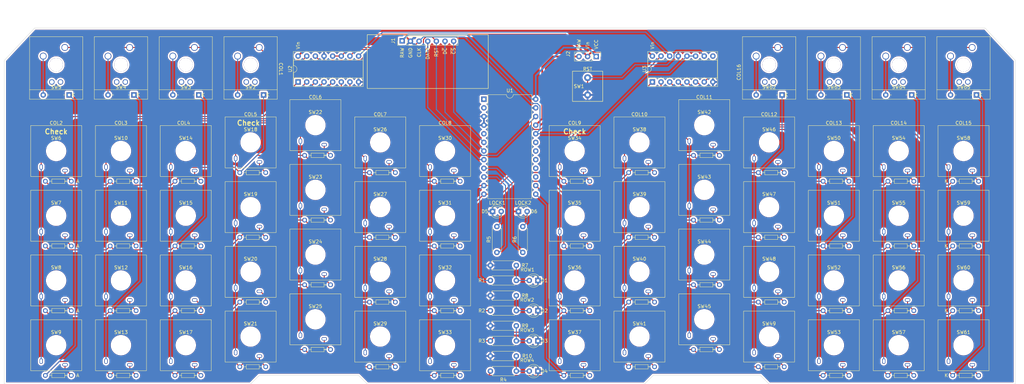
<source format=kicad_pcb>
(kicad_pcb (version 20211014) (generator pcbnew)
  (layers (0 "F.Cu" mixed) (31 "B.Cu" mixed) (34 "B.Paste" user) (36 "B.SilkS" user "B.Silkscreen") (37 "F.SilkS" user "F.Silkscreen") (38 "B.Mask" user) (39 "F.Mask" user) (44 "Edge.Cuts" user))
  (net 0 "")
  (net 1 "COL2")
  (net 2 "COL3")
  (net 3 "COL4")
  (net 4 "COL5")
  (net 5 "COL6")
  (net 6 "COL7")
  (net 7 "COL8")
  (net 8 "GND")
  (net 9 "CLK")
  (net 10 "RST")
  (net 11 "SPI_DATA")
  (net 12 "ROW1")
  (net 13 "ROW2")
  (net 14 "ROW3")
  (net 15 "COL1")
  (net 16 "ROW4")
  (net 17 "Net-(D2-Pad2)")
  (net 18 "Net-(D3-Pad2)")
  (net 19 "Net-(D4-Pad2)")
  (net 20 "/right_hand/SPI_OUT")
  (net 21 "/left_hand/SPI_OUT")
  (net 22 "Net-(D1-Pad2)")
  (net 23 "Net-(D5-Pad2)")
  (net 24 "Net-(SW30-Pad1)")
  (net 25 "Net-(SW32-Pad1)")
  (net 26 "Net-(SW65-Pad1)")
  (net 27 "Net-(SW64-Pad1)")
  (net 28 "Net-(SW63-Pad1)")
  (net 29 "Net-(SW62-Pad1)")
  (net 30 "Net-(SW61-Pad1)")
  (net 31 "Net-(SW6-Pad1)")
  (net 32 "Net-(SW7-Pad1)")
  (net 33 "Net-(SW8-Pad1)")
  (net 34 "Net-(SW9-Pad1)")
  (net 35 "Net-(SW10-Pad1)")
  (net 36 "Net-(SW11-Pad1)")
  (net 37 "Net-(SW12-Pad1)")
  (net 38 "Net-(SW13-Pad1)")
  (net 39 "Net-(SW14-Pad1)")
  (net 40 "Net-(SW15-Pad1)")
  (net 41 "Net-(SW16-Pad1)")
  (net 42 "Net-(SW17-Pad1)")
  (net 43 "Net-(SW18-Pad1)")
  (net 44 "Net-(SW19-Pad1)")
  (net 45 "Net-(SW21-Pad1)")
  (net 46 "Net-(SW22-Pad1)")
  (net 47 "Net-(SW23-Pad1)")
  (net 48 "Net-(SW24-Pad1)")
  (net 49 "Net-(SW25-Pad1)")
  (net 50 "Net-(SW26-Pad1)")
  (net 51 "Net-(SW27-Pad1)")
  (net 52 "Net-(SW28-Pad1)")
  (net 53 "Net-(SW60-Pad1)")
  (net 54 "Net-(SW31-Pad1)")
  (net 55 "Net-(SW59-Pad1)")
  (net 56 "Net-(SW33-Pad1)")
  (net 57 "Net-(SW58-Pad1)")
  (net 58 "Net-(SW34-Pad1)")
  (net 59 "Net-(SW35-Pad1)")
  (net 60 "Net-(SW37-Pad1)")
  (net 61 "Net-(SW38-Pad1)")
  (net 62 "Net-(SW39-Pad1)")
  (net 63 "Net-(SW40-Pad1)")
  (net 64 "Net-(SW41-Pad1)")
  (net 65 "Net-(SW42-Pad1)")
  (net 66 "Net-(SW43-Pad1)")
  (net 67 "Net-(SW44-Pad1)")
  (net 68 "Net-(SW45-Pad1)")
  (net 69 "Net-(SW46-Pad1)")
  (net 70 "Net-(SW50-Pad1)")
  (net 71 "Net-(SW51-Pad1)")
  (net 72 "Net-(SW52-Pad1)")
  (net 73 "Net-(SW53-Pad1)")
  (net 74 "Net-(SW54-Pad1)")
  (net 75 "Net-(SW55-Pad1)")
  (net 76 "Net-(SW56-Pad1)")
  (net 77 "Net-(SW57-Pad1)")
  (net 78 "COL9")
  (net 79 "COL16")
  (net 80 "COL15")
  (net 81 "COL14")
  (net 82 "COL13")
  (net 83 "COL12")
  (net 84 "COL11")
  (net 85 "COL10")
  (net 86 "Net-(SW20-Pad1)")
  (net 87 "Net-(SW29-Pad1)")
  (net 88 "Net-(SW36-Pad1)")
  (net 89 "Net-(SW47-Pad1)")
  (net 90 "Net-(SW48-Pad1)")
  (net 91 "Net-(SW49-Pad1)")
  (net 94 "Vin")
  (net 97 "Net-(SW2-Pad1)")
  (net 100 "Net-(SW3-Pad1)")
  (net 103 "Net-(SW4-Pad1)")
  (net 106 "Net-(SW5-Pad1)")
  (net 117 "RAW")
  (net 118 "VCC")
  (net 121 "D~{C}")
  (net 122 "~{CS}")
  (net 124 "Net-(D6-Pad2)")
  (net 125 "LOCK1")
  (net 126 "LOCK2")
  (footprint "Keyboard:LED_D3.0mm" (layer "F.Cu") (at 172.09 118.11 180)
    (fp_text reference "D3")
    (fp_text value "LED")
  )
  (footprint "Keyboard:SW_LED_ext_DIODE" (layer "F.Cu") (at 87.63 36.83)
    (fp_text reference "SW2")
    (fp_text value "SW_LED_DIODE")
  )
  (footprint "Keyboard:Gateron_ks_27" (layer "F.Cu") (at 278.13 62.23)
    (fp_text reference "SW54")
    (fp_text value "Gateron_ks_27")
  )
  (footprint "Keyboard:Gateron_ks_27" (layer "F.Cu") (at 259.08 119.38)
    (fp_text reference "SW53")
    (fp_text value "Gateron_ks_27")
  )
  (footprint "Keyboard:Gateron_ks_27" (layer "F.Cu") (at 259.08 100.33)
    (fp_text reference "SW52")
    (fp_text value "Gateron_ks_27")
  )
  (footprint "Package_DIP:DIP-16_W7.62mm_Socket" (layer "F.Cu") (at 205.73 41.9 90)
    (fp_text reference "U3")
    (fp_text value "74HC595")
  )
  (footprint "Keyboard:SW_LED_ext_DIODE" (layer "F.Cu") (at 278.13 36.83)
    (fp_text reference "SW64")
    (fp_text value "SW_LED_DIODE")
  )
  (footprint "Keyboard:Gateron_ks_27" (layer "F.Cu") (at 30.48 81.28)
    (fp_text reference "SW7")
    (fp_text value "Gateron_ks_27")
  )
  (footprint "Keyboard:Gateron_ks_27" (layer "F.Cu") (at 297.18 62.23)
    (fp_text reference "SW58")
    (fp_text value "Gateron_ks_27")
  )
  (footprint "Resistor_THT:R_Axial_DIN0207_L6.3mm_D2.5mm_P7.62mm_Horizontal" (layer "F.Cu") (at 160.02 92.075 90)
    (fp_text reference "R5")
    (fp_text value "R_US")
  )
  (footprint "Keyboard:Gateron_ks_27" (layer "F.Cu") (at 30.48 62.23)
    (fp_text reference "SW6")
    (fp_text value "Gateron_ks_27")
  )
  (footprint "Keyboard:Gateron_ks_27" (layer "F.Cu") (at 106.68 111.76)
    (fp_text reference "SW25")
    (fp_text value "Gateron_ks_27")
  )
  (footprint "Keyboard:Gateron_ks_27" (layer "F.Cu") (at 297.18 100.33)
    (fp_text reference "SW60")
    (fp_text value "Gateron_ks_27")
  )
  (footprint "Keyboard:Gateron_ks_27" (layer "F.Cu") (at 49.53 100.33)
    (fp_text reference "SW12")
    (fp_text value "Gateron_ks_27")
  )
  (footprint "Resistor_THT:R_Axial_DIN0207_L6.3mm_D2.5mm_P7.62mm_Horizontal" (layer "F.Cu") (at 165.735 104.775 180)
    (fp_text reference "R8")
    (fp_text value "4K7")
  )
  (footprint "Keyboard:Gateron_ks_27" (layer "F.Cu") (at 220.98 54.61)
    (fp_text reference "SW42")
    (fp_text value "Gateron_ks_27")
  )
  (footprint "Keyboard:Gateron_ks_27" (layer "F.Cu") (at 49.53 62.23)
    (fp_text reference "SW10")
    (fp_text value "Gateron_ks_27")
  )
  (footprint "Resistor_THT:R_Axial_DIN0207_L6.3mm_D2.5mm_P7.62mm_Horizontal" (layer "F.Cu") (at 158.12 109.22)
    (fp_text reference "R2")
    (fp_text value "3K3")
  )
  (footprint "Keyboard:Gateron_ks_27" (layer "F.Cu") (at 87.63 116.84)
    (fp_text reference "SW21")
    (fp_text value "Gateron_ks_27")
  )
  (footprint "Resistor_THT:R_Axial_DIN0207_L6.3mm_D2.5mm_P7.62mm_Horizontal" (layer "F.Cu") (at 158.12 100.33)
    (fp_text reference "R1")
    (fp_text value "3K3")
  )
  (footprint "Package_DIP:DIP-24_W15.24mm" (layer "F.Cu") (at 156.205 46.985)
    (fp_text reference "U1")
    (fp_text value "Arduino_pro_Micro")
  )
  (footprint "Keyboard:Gateron_ks_27" (layer "F.Cu") (at 144.78 62.23)
    (fp_text reference "SW30")
    (fp_text value "Gateron_ks_27")
  )
  (footprint "Keyboard:Gateron_ks_27" (layer "F.Cu") (at 201.93 97.79)
    (fp_text reference "SW40")
    (fp_text value "Gateron_ks_27")
  )
  (footprint "Keyboard:Gateron_ks_27" (layer "F.Cu") (at 182.88 62.23)
    (fp_text reference "SW34")
    (fp_text value "Gateron_ks_27")
  )
  (footprint "Keyboard:Gateron_ks_27" (layer "F.Cu") (at 259.08 62.23)
    (fp_text reference "SW50")
    (fp_text value "Gateron_ks_27")
  )
  (footprint "Keyboard:Gateron_ks_27" (layer "F.Cu") (at 240.03 78.74)
    (fp_text reference "SW47")
    (fp_text value "Gateron_ks_27")
  )
  (footprint "Keyboard:Gateron_ks_27" (layer "F.Cu") (at 220.98 111.76)
    (fp_text reference "SW45")
    (fp_text value "Gateron_ks_27")
  )
  (footprint "Keyboard:Gateron_ks_27" (layer "F.Cu") (at 68.58 62.23)
    (fp_text reference "SW14")
    (fp_text value "Gateron_ks_27")
  )
  (footprint "Keyboard:SW_LED_ext_DIODE" (layer "F.Cu") (at 68.58 36.83)
    (fp_text reference "SW3")
    (fp_text value "SW_LED_DIODE")
  )
  (footprint "Keyboard:SW_LED_ext_DIODE" (layer "F.Cu") (at 49.53 36.83)
    (fp_text reference "SW4")
    (fp_text value "SW_LED_DIODE")
  )
  (footprint "Keyboard:Gateron_ks_27" (layer "F.Cu") (at 30.48 119.38)
    (fp_text reference "SW9")
    (fp_text value "Gateron_ks_27")
  )
  (footprint "Resistor_THT:R_Axial_DIN0207_L6.3mm_D2.5mm_P7.62mm_Horizontal" (layer "F.Cu") (at 165.735 113.665 180)
    (fp_text reference "R9")
    (fp_text value "4K7")
  )
  (footprint "Keyboard:LED_D3.0mm" (layer "F.Cu") (at 166.37 80.01)
    (fp_text reference "D6")
    (fp_text value "LED")
  )
  (footprint "Keyboard:Gateron_ks_27" (layer "F.Cu") (at 240.03 97.79)
    (fp_text reference "SW48")
    (fp_text value "Gateron_ks_27")
  )
  (footprint "Keyboard:Gateron_ks_27" (layer "F.Cu") (at 87.63 97.79)
    (fp_text reference "SW20")
    (fp_text value "Gateron_ks_27")
  )
  (footprint "Keyboard:Gateron_ks_27" (layer "F.Cu") (at 297.18 119.38)
    (fp_text reference "SW61")
    (fp_text value "Gateron_ks_27")
  )
  (footprint "Keyboard:Gateron_ks_27" (layer "F.Cu") (at 144.78 119.38)
    (fp_text reference "SW33")
    (fp_text value "Gateron_ks_27")
  )
  (footprint "Keyboard:Gateron_ks_27" (layer "F.Cu") (at 182.88 100.33)
    (fp_text reference "SW36")
    (fp_text value "Gateron_ks_27")
  )
  (footprint "Keyboard:Gateron_ks_27" (layer "F.Cu") (at 68.58 100.33)
    (fp_text reference "SW16")
    (fp_text value "Gateron_ks_27")
  )
  (footprint "Keyboard:DIP-2_P5.08mm" (layer "F.Cu") (at 186.69 45.72 90)
    (fp_text reference "SW1")
    (fp_text value "SW_Push")
  )
  (footprint "Resistor_THT:R_Axial_DIN0207_L6.3mm_D2.5mm_P7.62mm_Horizontal" (layer "F.Cu") (at 158.12 118.11)
    (fp_text reference "R3")
    (fp_text value "3K3")
  )
  (footprint "Keyboard:Gateron_ks_27" (layer "F.Cu") (at 68.58 81.28)
    (fp_text reference "SW15")
    (fp_text value "Gateron_ks_27")
  )
  (footprint "Keyboard:LED_D3.0mm" (layer "F.Cu") (at 172.09 127 180)
    (fp_text reference "D4")
    (fp_text value "LED")
  )
  (footprint "Keyboard:LED_D3.0mm" (layer "F.Cu") (at 172.09 109.22 180)
    (fp_text reference "D2")
    (fp_text value "LED")
  )
  (footprint "Keyboard:Gateron_ks_27" (layer "F.Cu") (at 201.93 78.74)
    (fp_text reference "SW39")
    (fp_text value "Gateron_ks_27")
  )
  (footprint "Keyboard:Gateron_ks_27" (layer "F.Cu") (at 144.78 81.28)
    (fp_text reference "SW31")
    (fp_text value "Gateron_ks_27")
  )
  (footprint "Keyboard:SW_LED_ext_DIODE" (layer "F.Cu") (at 259.08 36.83)
    (fp_text reference "SW63")
    (fp_text value "SW_LED_DIODE")
  )
  (footprint "Keyboard:Gateron_ks_27" (layer "F.Cu") (at 87.63 59.69)
    (fp_text reference "SW18")
    (fp_text value "Gateron_ks_27")
  )
  (footprint "Keyboard:PinHeader_01x03" (layer "F.Cu") (at 189.23 34.35 -90)
    (fp_text reference "J2")
    (fp_text value "Conn_01x03_Male")
  )
  (footprint "Keyboard:Gateron_ks_27" (layer "F.Cu") (at 125.73 78.74)
    (fp_text reference "SW27")
    (fp_text value "Gateron_ks_27")
  )
  (footprint "Keyboard:Gateron_ks_27" (layer "F.Cu") (at 201.93 59.69)
    (fp_text reference "SW38")
    (fp_text value "Gateron_ks_27")
  )
  (footprint "Keyboard:Gateron_ks_27" (layer "F.Cu") (at 49.53 119.38)
    (fp_text reference "SW13")
    (fp_text value "Gateron_ks_27")
  )
  (footprint "Keyboard:Gateron_ks_27" (layer "F.Cu") (at 125.73 59.69)
    (fp_text reference "SW26")
    (fp_text value "Gateron_ks_27")
  )
  (footprint "Keyboard:Gateron_ks_27" (layer "F.Cu") (at 106.68 54.61)
    (fp_text reference "SW22")
    (fp_text value "Gateron_ks_27")
  )
  (footprint "Resistor_THT:R_Axial_DIN0207_L6.3mm_D2.5mm_P7.62mm_Horizontal" (layer "F.Cu") (at 158.12 127)
    (fp_text reference "R4")
    (fp_text value "3K3")
  )
  (footprint "Keyboard:Gateron_ks_27" (layer "F.Cu") (at 182.88 81.28)
    (fp_text reference "SW35")
    (fp_text value "Gateron_ks_27")
  )
  (footprint "Keyboard:SW_LED_ext_DIODE" (layer "F.Cu") (at 30.48 36.83)
    (fp_text reference "SW5")
    (fp_text value "SW_LED_DIODE")
  )
  (footprint "Resistor_THT:R_Axial_DIN0207_L6.3mm_D2.5mm_P7.62mm_Horizontal" (layer "F.Cu") (at 167.64 92.075 90)
    (fp_text reference "R6")
    (fp_text value "R_US")
  )
  (footprint "Keyboard:SW_LED_ext_DIODE" (layer "F.Cu") (at 240.04 36.83)
    (fp_text reference "SW62")
    (fp_text value "SW_LED_DIODE")
  )
  (footprint "Keyboard:Gateron_ks_27" (layer "F.Cu") (at 240.03 59.69)
    (fp_text reference "SW46")
    (fp_text value "Gateron_ks_27")
  )
  (footprint "Keyboard:Gateron_ks_27" (layer "F.Cu") (at 144.78 100.33)
    (fp_text reference "SW32")
    (fp_text value "Gateron_ks_27")
  )
  (footprint "Resistor_THT:R_Axial_DIN0207_L6.3mm_D2.5mm_P7.62mm_Horizontal" (layer "F.Cu") (at 165.735 122.555 180)
    (fp_text reference "R10")
    (fp_text value "4K7")
  )
  (footprint "Keyboard:PinHeader_01x07" (layer "F.Cu") (at 132.075 29.9 90)
    (fp_text reference "J1")
    (fp_text value "Conn_01x11_Female")
  )
  (footprint "Package_DIP:DIP-16_W7.62mm_Socket" (layer "F.Cu") (at 101.59 41.9 90)
    (fp_text reference "U2")
    (fp_text value "74HC595")
  )
  (footprint "Keyboard:Gateron_ks_27" (layer "F.Cu") (at 240.03 116.84)
    (fp_text reference "SW49")
    (fp_text value "Gateron_ks_27")
  )
  (footprint "Keyboard:LED_D3.0mm" (layer "F.Cu") (at 172.09 100.33 180)
    (fp_text reference "D1")
    (fp_text value "LED")
  )
  (footprint "Keyboard:Gateron_ks_27" (layer "F.Cu") (at 278.13 81.28)
    (fp_text reference "SW55")
    (fp_text value "Gateron_ks_27")
  )
  (footprint "Keyboard:Gateron_ks_27" (layer "F.Cu") (at 87.63 78.74)
    (fp_text reference "SW19")
    (fp_text value "Gateron_ks_27")
  )
  (footprint "Keyboard:Gateron_ks_27" (layer "F.Cu") (at 30.48 100.33)
    (fp_text reference "SW8")
    (fp_text value "Gateron_ks_27")
  )
  (footprint "Keyboard:Gateron_ks_27" (layer "F.Cu") (at 106.68 73.66)
    (fp_text reference "SW23")
    (fp_text value "Gateron_ks_27")
  )
  (footprint "Keyboard:SW_LED_ext_DIODE" (layer "F.Cu") (at 297.18 36.83)
    (fp_text reference "SW65")
    (fp_text value "SW_LED_DIODE")
  )
  (footprint "Keyboard:LED_D3.0mm" (layer "F.Cu") (at 158.75 80.01)
    (fp_text reference "D5")
    (fp_text value "LED")
  )
  (footprint "Keyboard:Gateron_ks_27" (layer "F.Cu") (at 220.98 73.66)
    (fp_text reference "SW43")
    (fp_text value "Gateron_ks_27")
  )
  (footprint "Keyboard:Gateron_ks_27" (layer "F.Cu") (at 182.88 119.38)
    (fp_text reference "SW37")
    (fp_text value "Gateron_ks_27")
  )
  (footprint "Keyboard:Gateron_ks_27" (layer "F.Cu") (at 68.58 119.38)
    (fp_text reference "SW17")
    (fp_text value "Gateron_ks_27")
  )
  (footprint "Keyboard:Gateron_ks_27" (layer "F.Cu") (at 220.98 92.71)
    (fp_text reference "SW44")
    (fp_text value "Gateron_ks_27")
  )
  (footprint "Keyboard:Gateron_ks_27" (layer "F.Cu") (at 125.73 116.84)
    (fp_text reference "SW29")
    (fp_text value "Gateron_ks_27")
  )
  (footprint "Keyboard:Gateron_ks_27" (layer "F.Cu") (at 278.13 100.33)
    (fp_text reference "SW56")
    (fp_text value "Gateron_ks_27")
  )
  (footprint "Keyboard:Gateron_ks_27" (layer "F.Cu") (at 297.18 81.28)
    (fp_text reference "SW59")
    (fp_text value "Gateron_ks_27")
  )
  (footprint "Keyboard:Gateron_ks_27" (layer "F.Cu") (at 106.68 92.71)
    (fp_text reference "SW24")
    (fp_text value "Gateron_ks_27")
  )
  (footprint "Keyboard:Gateron_ks_27" (layer "F.Cu") (at 278.13 119.38)
    (fp_text reference "SW57")
    (fp_text value "Gateron_ks_27")
  )
  (footprint "Keyboard:Gateron_ks_27" (layer "F.Cu") (at 125.73 97.79)
    (fp_text reference "SW28")
    (fp_text value "Gateron_ks_27")
  )
  (footprint "Keyboard:Gateron_ks_27" (layer "F.Cu") (at 259.08 81.28)
    (fp_text reference "SW51")
    (fp_text value "Gateron_ks_27")
  )
  (footprint "Keyboard:Gateron_ks_27" (layer "F.Cu") (at 201.93 116.84)
    (fp_text reference "SW41")
    (fp_text value "Gateron_ks_27")
  )
  (footprint "Resistor_THT:R_Axial_DIN0207_L6.3mm_D2.5mm_P7.62mm_Horizontal" (layer "F.Cu") (at 165.735 95.885 180)
    (fp_text reference "R7")
    (fp_text value "4K7")
  )
  (footprint "Keyboard:Gateron_ks_27" (layer "F.Cu") (at 49.53 81.28)
    (fp_text reference "SW11")
    (fp_text value "Gateron_ks_27")
  )
  (gr_rect (start 182.245 38.735) (end 191.135 47.625) (layer "F.SilkS") (width 0.15) (fill none))
  (gr_rect (start 121.92 43.815) (end 157.48 27.99) (layer "F.SilkS") (width 0.15) (fill none))
  (gr_poly (pts (xy 312.42 35.56) (xy 312.42 130.81) (xy 240.03 130.81) (xy 237.49 128.27) (xy 205.96431 128.27) (xy 203.42431 130.81) (xy 121.92 130.81) (xy 119.38 128.27) (xy 90.17 128.27) (xy 87.63 130.81) (xy 15.24 130.81) (xy 15.24 35.56) (xy 24.13 26.035) (xy 303.53 26.035)) (layer "Edge.Cuts") (width 0.1) (fill none))
  (gr_text "CLK" (at 137.16 31.7 90) (layer "F.SilkS") (effects (font (size 1 1)) (justify right)))
  (gr_text "ROW2" (at 168.91 106.045) (layer "F.SilkS") (effects (font (size 1 1))))
  (gr_text "GND" (at 134.62 31.7 90) (layer "F.SilkS") (effects (font (size 1 1)) (justify right)))
  (gr_text "DATA" (at 139.7 31.7 90) (layer "F.SilkS") (effects (font (size 1 1)) (justify right)))
  (gr_text "Check" (at 86.995 53.975) (layer "F.SilkS") (effects (font (size 1.5 1.5) (thickness 0.3))))
  (gr_text "COL9" (at 182.88 53.975) (layer "F.SilkS") (effects (font (size 1 1))))
  (gr_text "Vin" (at 186.69 32.385 90) (layer "F.SilkS") (effects (font (size 1 1)) (justify left)))
  (gr_text "COL7" (at 125.73 51.435) (layer "F.SilkS") (effects (font (size 1 1))))
  (gr_text "VCC" (at 189.23 32.385 90) (layer "F.SilkS") (effects (font (size 1 1)) (justify left)))
  (gr_text "COL11" (at 220.98 46.355) (layer "F.SilkS") (effects (font (size 1 1))))
  (gr_text "RST" (at 142.24 31.7 90) (layer "F.SilkS") (effects (font (size 1 1)) (justify right)))
  (gr_text "A" (at 36.83 109.22) (layer "F.SilkS") (effects (font (size 1 1))))
  (gr_text "COL12" (at 240.03 51.435) (layer "F.SilkS") (effects (font (size 1 1))))
  (gr_text "ROW4" (at 168.91 123.825) (layer "F.SilkS") (effects (font (size 1 1))))
  (gr_text "K" (at 292.1 128.27) (layer "F.SilkS") (effects (font (size 1 1))))
  (gr_text "A" (at 36.83 128.27) (layer "F.SilkS") (effects (font (size 1 1))))
  (gr_text "A" (at 36.83 71.12) (layer "F.SilkS") (effects (font (size 1 1))))
  (gr_text "LOCK2" (at 167.736487 77.47) (layer "F.SilkS") (effects (font (size 1 1))))
  (gr_text "COL2" (at 30.48 53.975) (layer "F.SilkS") (effects (font (size 1 1))))
  (gr_text "K" (at 292.1 90.17) (layer "F.SilkS") (effects (font (size 1 1))))
  (gr_text "K" (at 292.1 109.22) (layer "F.SilkS") (effects (font (size 1 1))))
  (gr_text "Vin" (at 205.74 32.385 90) (layer "F.SilkS") (effects (font (size 1 1)) (justify left)))
  (gr_text "A" (at 36.83 90.17) (layer "F.SilkS") (effects (font (size 1 1))))
  (gr_text "LOCK1" (at 160.116487 77.47) (layer "F.SilkS") (effects (font (size 1 1))))
  (gr_text "COL4" (at 67.945 53.975) (layer "F.SilkS") (effects (font (size 1 1))))
  (gr_text "COL16" (at 231.15 39.0525 90) (layer "F.SilkS") (effects (font (size 1 1))))
  (gr_text "ROW3" (at 168.91 114.935) (layer "F.SilkS") (effects (font (size 1 1))))
  (gr_text "COL14" (at 278.13 53.975) (layer "F.SilkS") (effects (font (size 1 1))))
  (gr_text "Check" (at 182.88 56.515) (layer "F.SilkS") (effects (font (size 1.5 1.5) (thickness 0.3))))
  (gr_text "~{CS}" (at 147.32 31.7 90) (layer "F.SilkS") (effects (font (size 1 1)) (justify right)))
  (gr_text "Vin" (at 101.6 32.385 90) (layer "F.SilkS") (effects (font (size 1 1)) (justify left)))
  (gr_text "D~{C}" (at 144.78 31.7 90) (layer "F.SilkS") (effects (font (size 1 1)) (justify right)))
  (gr_text "K" (at 292.1 71.12) (layer "F.SilkS") (effects (font (size 1 1))))
  (gr_text "COL10" (at 201.93 51.435) (layer "F.SilkS") (effects (font (size 1 1))))
  (gr_text "COL5" (at 87.63 51.435) (layer "F.SilkS") (effects (font (size 1 1))))
  (gr_text "COL1" (at 96.52 38.1 270) (layer "F.SilkS") (effects (font (size 1 1))))
  (gr_text "COL3" (at 49.53 53.975) (layer "F.SilkS") (effects (font (size 1 1))))
  (gr_text "COL15" (at 297.18 53.975) (layer "F.SilkS") (effects (font (size 1 1))))
  (gr_text "Check" (at 30.48 56.515) (layer "F.SilkS") (effects (font (size 1.5 1.5) (thickness 0.3))))
  (gr_text "COL8" (at 144.78 53.975) (layer "F.SilkS") (effects (font (size 1 1))))
  (gr_text "ROW1" (at 169.006487 97.155) (layer "F.SilkS") (effects (font (size 1 1))))
  (gr_text "RST" (at 186.69 38.1) (layer "F.SilkS") (effects (font (size 1 1))))
  (gr_text "RAW" (at 132.18 31.7 90) (layer "F.SilkS") (effects (font (size 1 1)) (justify right)))
  (gr_text "RAW" (at 184.15 32.385 90) (layer "F.SilkS") (effects (font (size 1 1)) (justify left)))
  (gr_text "COL13" (at 259.08 53.975) (layer "F.SilkS") (effects (font (size 1 1))))
  (gr_text "COL6" (at 106.68 46.355) (layer "F.SilkS") (effects (font (size 1 1))))
  (segment (start 101.59 41.9) (end 91.42 52.07) (width 0.3) (layer "F.Cu") (net 1))
  (segment (start 91.42 52.07) (end 35.56 52.07) (width 0.3) (layer "F.Cu") (net 1))
  (segment (start 35.56 52.07) (end 26.08 61.55) (width 0.3) (layer "F.Cu") (net 1))
  (segment (start 26.08 61.55) (end 26.08 66.93) (width 0.3) (layer "F.Cu") (net 1))
  (segment (start 26.08 105.03) (end 26.08 124.08) (width 0.3) (layer "B.Cu") (net 1))
  (segment (start 26.08 66.93) (end 26.08 85.98) (width 0.3) (layer "B.Cu") (net 1))
  (segment (start 26.08 85.98) (end 26.08 105.03) (width 0.3) (layer "B.Cu") (net 1))
  (segment (start 54.57452 52.74048) (end 45.085 62.23) (width 0.3) (layer "F.Cu") (net 2))
  (segment (start 45.13 62.275) (end 45.13 66.93) (width 0.3) (layer "F.Cu") (net 2))
  (segment (start 45.085 62.23) (end 45.13 62.275) (width 0.3) (layer "F.Cu") (net 2))
  (segment (start 93.28952 52.74048) (end 54.57452 52.74048) (width 0.3) (layer "F.Cu") (net 2))
  (segment (start 104.13 41.9) (end 93.28952 52.74048) (width 0.3) (layer "F.Cu") (net 2))
  (segment (start 45.13 66.93) (end 45.13 85.98) (width 0.3) (layer "B.Cu") (net 2))
  (segment (start 45.13 105.03) (end 45.13 124.08) (width 0.3) (layer "B.Cu") (net 2))
  (segment (start 45.13 85.98) (end 45.13 105.03) (width 0.3) (layer "B.Cu") (net 2))
  (segment (start 95.23 53.34) (end 73.025 53.34) (width 0.3) (layer "F.Cu") (net 3))
  (segment (start 106.67 41.9) (end 95.23 53.34) (width 0.3) (layer "F.Cu") (net 3))
  (segment (start 64.18 62.185) (end 64.18 66.93) (width 0.3) (layer "F.Cu") (net 3))
  (segment (start 73.025 53.34) (end 64.18 62.185) (width 0.3) (layer "F.Cu") (net 3))
  (segment (start 64.135 124.055489) (end 64.135 105.054511) (width 0.3) (layer "B.Cu") (net 3))
  (segment (start 64.135 105.005489) (end 64.135 86.004511) (width 0.3) (layer "B.Cu") (net 3))
  (segment (start 64.135 66.954511) (end 64.135 85.955489) (width 0.3) (layer "B.Cu") (net 3))
  (segment (start 83.23 59.01) (end 83.23 64.39) (width 0.3) (layer "F.Cu") (net 4))
  (segment (start 109.21 41.9) (end 97.17048 53.93952) (width 0.3) (layer "F.Cu") (net 4))
  (segment (start 97.17048 53.93952) (end 88.30048 53.93952) (width 0.3) (layer "F.Cu") (net 4))
  (segment (start 88.30048 53.93952) (end 83.23 59.01) (width 0.3) (layer "F.Cu") (net 4))
  (segment (start 83.185 102.465489) (end 83.185 83.464511) (width 0.3) (layer "B.Cu") (net 4))
  (segment (start 83.185 64.414511) (end 83.185 83.415489) (width 0.3) (layer "B.Cu") (net 4))
  (segment (start 83.185 121.515489) (end 83.185 102.514511) (width 0.3) (layer "B.Cu") (net 4))
  (segment (start 102.28 59.31) (end 102.28 51.37) (width 0.3) (layer "F.Cu") (net 5))
  (segment (start 102.28 51.37) (end 111.75 41.9) (width 0.3) (layer "F.Cu") (net 5))
  (segment (start 102.235 97.434511) (end 102.235 116.435489) (width 0.3) (layer "B.Cu") (net 5))
  (segment (start 102.235 78.384511) (end 102.235 97.385489) (width 0.3) (layer "B.Cu") (net 5))
  (segment (start 102.235 59.334511) (end 102.235 78.335489) (width 0.3) (layer "B.Cu") (net 5))
  (segment (start 114.29 57.35) (end 121.33 64.39) (width 0.3) (layer "F.Cu") (net 6))
  (segment (start 114.29 41.9) (end 114.29 57.35) (width 0.3) (layer "F.Cu") (net 6))
  (segment (start 121.33 64.39) (end 121.33 83.44) (width 0.3) (layer "B.Cu") (net 6))
  (segment (start 121.33 102.49) (end 121.33 83.44) (width 0.3) (layer "B.Cu") (net 6))
  (segment (start 121.33 121.54) (end 121.33 102.49) (width 0.3) (layer "B.Cu") (net 6))
  (segment (start 116.83 41.9) (end 116.83 43.38) (width 0.3) (layer "F.Cu") (net 7))
  (segment (start 116.83 43.38) (end 140.38 66.93) (width 0.3) (layer "F.Cu") (net 7))
  (segment (start 140.38 85.98) (end 140.38 105.03) (width 0.3) (layer "B.Cu") (net 7))
  (segment (start 140.38 85.98) (end 140.38 66.93) (width 0.3) (layer "B.Cu") (net 7))
  (segment (start 140.38 105.03) (end 140.38 124.08) (width 0.3) (layer "B.Cu") (net 7))
  (segment (start 114.29 34.28) (end 111.75 34.28) (width 0.3) (layer "F.Cu") (net 9))
  (segment (start 135.305 31.75) (end 116.82 31.75) (width 0.3) (layer "F.Cu") (net 9))
  (segment (start 137.155 29.9) (end 135.305 31.75) (width 0.3) (layer "F.Cu") (net 9))
  (segment (start 116.82 31.75) (end 114.29 34.28) (width 0.3) (layer "F.Cu") (net 9))
  (segment (start 210.8 39.37) (end 204.47 39.37) (width 0.3) (layer "B.Cu") (net 9))
  (segment (start 172.694511 49.007435) (end 171.921587 48.234511) (width 0.3) (layer "B.Cu") (net 9))
  (segment (start 215.89 34.28) (end 210.8 39.37) (width 0.3) (layer "B.Cu") (net 9))
  (segment (start 171.445 57.145) (end 172.694511 55.895489) (width 0.3) (layer "B.Cu") (net 9))
  (segment (start 138.404511 28.650489) (end 137.155 29.9) (width 0.3) (layer "B.Cu") (net 9))
  (segment (start 170.154511 48.234511) (end 150.570489 28.650489) (width 0.3) (layer "B.Cu") (net 9))
  (segment (start 204.47 39.37) (end 186.695 57.145) (width 0.3) (layer "B.Cu") (net 9))
  (segment (start 171.921587 48.234511) (end 170.154511 48.234511) (width 0.3) (layer "B.Cu") (net 9))
  (segment (start 186.695 57.145) (end 171.445 57.145) (width 0.3) (layer "B.Cu") (net 9))
  (segment (start 218.43 34.28) (end 215.89 34.28) (width 0.3) (layer "B.Cu") (net 9))
  (segment (start 172.694511 55.895489) (end 172.694511 49.007435) (width 0.3) (layer "B.Cu") (net 9))
  (segment (start 150.570489 28.650489) (end 138.404511 28.650489) (width 0.3) (layer "B.Cu") (net 9))
  (segment (start 170.18 53.33) (end 171.445 52.065) (width 0.3) (layer "F.Cu") (net 10))
  (segment (start 116.83 34.28) (end 118.76048 32.34952) (width 0.3) (layer "F.Cu") (net 10))
  (segment (start 138.445489 29.382435) (end 139.177435 28.650489) (width 0.3) (layer "F.Cu") (net 10))
  (segment (start 140.985489 28.650489) (end 142.235 29.9) (width 0.3) (layer "F.Cu") (net 10))
  (segment (start 139.177435 28.650489) (end 140.985489 28.650489) (width 0.3) (layer "F.Cu") (net 10))
  (segment (start 172.864213 55.88) (end 170.952924 55.88) (width 0.3) (layer "F.Cu") (net 10))
  (segment (start 118.76048 32.34952) (end 137.813516 32.34952) (width 0.3) (layer "F.Cu") (net 10))
  (segment (start 138.445489 31.717547) (end 138.445489 29.382435) (width 0.3) (layer "F.Cu") (net 10))
  (segment (start 170.18 55.107076) (end 170.18 53.33) (width 0.3) (layer "F.Cu") (net 10))
  (segment (start 137.813516 32.34952) (end 138.445489 31.717547) (width 0.3) (layer "F.Cu") (net 10))
  (segment (start 170.952924 55.88) (end 170.18 55.107076) (width 0.3) (layer "F.Cu") (net 10))
  (segment (start 186.69 40.64) (end 186.69 42.054213) (width 0.3) (layer "F.Cu") (net 10))
  (segment (start 186.69 42.054213) (end 172.864213 55.88) (width 0.3) (layer "F.Cu") (net 10))
  (segment (start 219.720489 33.030489) (end 212.832435 33.030489) (width 0.3) (layer "B.Cu") (net 10))
  (segment (start 210.027076 36.83) (end 200.66 36.83) (width 0.3) (layer "B.Cu") (net 10))
  (segment (start 212.832435 33.030489) (end 212.09 33.772924) (width 0.3) (layer "B.Cu") (net 10))
  (segment (start 212.09 33.772924) (end 212.09 34.767076) (width 0.3) (layer "B.Cu") (net 10))
  (segment (start 212.09 34.767076) (end 210.027076 36.83) (width 0.3) (layer "B.Cu") (net 10))
  (segment (start 200.66 36.83) (end 196.85 40.64) (width 0.3) (layer "B.Cu") (net 10))
  (segment (start 165.1 58.41) (end 171.445 52.065) (width 0.3) (layer "B.Cu") (net 10))
  (segment (start 142.235 50.022076) (end 155.712924 63.5) (width 0.3) (layer "B.Cu") (net 10))
  (segment (start 155.712924 63.5) (end 160.02 63.5) (width 0.3) (layer "B.Cu") (net 10))
  (segment (start 196.85 40.64) (end 186.69 40.64) (width 0.3) (layer "B.Cu") (net 10))
  (segment (start 165.1 58.42) (end 165.1 58.41) (width 0.3) (layer "B.Cu") (net 10))
  (segment (start 142.235 29.9) (end 142.235 50.022076) (width 0.3) (layer "B.Cu") (net 10))
  (segment (start 160.02 63.5) (end 165.1 58.42) (width 0.3) (layer "B.Cu") (net 10))
  (segment (start 220.97 34.28) (end 219.720489 33.030489) (width 0.3) (layer "B.Cu") (net 10))
  (segment (start 138.43 33.02) (end 139.7 31.75) (width 0.3) (layer "F.Cu") (net 11))
  (segment (start 139.695 31.745) (end 139.695 29.9) (width 0.3) (layer "F.Cu") (net 11))
  (segment (start 106.67 34.28) (end 107.919511 35.529511) (width 0.3) (layer "F.Cu") (net 11))
  (segment (start 122.397076 33.02) (end 138.43 33.02) (width 0.3) (layer "F.Cu") (net 11))
  (segment (start 119.887565 35.529511) (end 122.397076 33.02) (width 0.3) (layer "F.Cu") (net 11))
  (segment (start 107.919511 35.529511) (end 119.887565 35.529511) (width 0.3) (layer "F.Cu") (net 11))
  (segment (start 139.7 31.75) (end 139.695 31.745) (width 0.3) (layer "F.Cu") (net 11))
  (segment (start 155.07363 64.765) (end 139.695 49.38637) (width 0.3) (layer "B.Cu") (net 11))
  (segment (start 156.205 64.765) (end 155.07363 64.765) (width 0.3) (layer "B.Cu") (net 11))
  (segment (start 139.695 49.38637) (end 139.695 29.9) (width 0.3) (layer "B.Cu") (net 11))
  (segment (start 142.87 72.385) (end 156.205 72.385) (width 0.3) (layer "F.Cu") (net 12))
  (segment (start 156.205 72.385) (end 160.66 72.385) (width 0.3) (layer "F.Cu") (net 12))
  (segment (start 177.139511 68.554511) (end 179.705 71.12) (width 0.3) (layer "F.Cu") (net 12))
  (segment (start 28.454511 72.269511) (end 45.205489 72.269511) (width 0.3) (layer "F.Cu") (net 12))
  (segment (start 273.805489 72.269511) (end 274.955 71.12) (width 0.3) (layer "F.Cu") (net 12))
  (segment (start 255.905 71.12) (end 257.054511 72.269511) (width 0.3) (layer "F.Cu") (net 12))
  (segment (start 65.405 71.12) (end 69.49452 67.03048) (width 0.3) (layer "F.Cu") (net 12))
  (segment (start 160.66 72.385) (end 164.490489 68.554511) (width 0.3) (layer "F.Cu") (net 12))
  (segment (start 27.305 71.12) (end 28.454511 72.269511) (width 0.3) (layer "F.Cu") (net 12))
  (segment (start 69.49452 67.03048) (end 82.90548 67.03048) (width 0.3) (layer "F.Cu") (net 12))
  (segment (start 239.395 71.12) (end 255.905 71.12) (width 0.3) (layer "F.Cu") (net 12))
  (segment (start 222.885 68.58) (end 236.855 68.58) (width 0.3) (layer "F.Cu") (net 12))
  (segment (start 108.585 68.58) (end 122.555 68.58) (width 0.3) (layer "F.Cu") (net 12))
  (segment (start 276.104511 72.269511) (end 292.855489 72.269511) (width 0.3) (layer "F.Cu") (net 12))
  (segment (start 84.455 68.58) (end 89.535 63.5) (width 0.3) (layer "F.Cu") (net 12))
  (segment (start 122.555 68.58) (end 125.095 71.12) (width 0.3) (layer "F.Cu") (net 12))
  (segment (start 89.535 63.5) (end 103.505 63.5) (width 0.3) (layer "F.Cu") (net 12))
  (segment (start 46.355 71.12) (end 47.504511 72.269511) (width 0.3) (layer "F.Cu") (net 12))
  (segment (start 217.805 63.5) (end 222.885 68.58) (width 0.3) (layer "F.Cu") (net 12))
  (segment (start 195.065489 72.269511) (end 198.755 68.58) (width 0.3) (layer "F.Cu") (net 12))
  (segment (start 236.855 68.58) (end 239.395 71.12) (width 0.3) (layer "F.Cu") (net 12))
  (segment (start 47.504511 72.269511) (end 64.255489 72.269511) (width 0.3) (layer "F.Cu") (net 12))
  (segment (start 198.755 68.58) (end 203.835 63.5) (width 0.3) (layer "F.Cu") (net 12))
  (segment (start 257.054511 72.269511) (end 273.805489 72.269511) (width 0.3) (layer "F.Cu") (net 12))
  (segment (start 45.205489 72.269511) (end 46.355 71.12) (width 0.3) (layer "F.Cu") (net 12))
  (segment (start 179.705 71.12) (end 180.854511 72.269511) (width 0.3) (layer "F.Cu") (net 12))
  (segment (start 180.854511 72.269511) (end 195.065489 72.269511) (width 0.3) (layer "F.Cu") (net 12))
  (segment (start 103.505 63.5) (end 108.585 68.58) (width 0.3) (layer "F.Cu") (net 12))
  (segment (start 82.90548 67.03048) (end 84.455 68.58) (width 0.3) (layer "F.Cu") (net 12))
  (segment (start 203.835 63.5) (end 217.805 63.5) (width 0.3) (layer "F.Cu") (net 12))
  (segment (start 292.855489 72.269511) (end 294.005 71.12) (width 0.3) (layer "F.Cu") (net 12))
  (segment (start 141.605 71.12) (end 142.87 72.385) (width 0.3) (layer "F.Cu") (net 12))
  (segment (start 274.955 71.12) (end 276.104511 72.269511) (width 0.3) (layer "F.Cu") (net 12))
  (segment (start 164.490489 68.554511) (end 177.139511 68.554511) (width 0.3) (layer "F.Cu") (net 12))
  (segment (start 64.255489 72.269511) (end 65.405 71.12) (width 0.3) (layer "F.Cu") (net 12))
  (segment (start 125.095 71.12) (end 141.605 71.12) (width 0.3) (layer "F.Cu") (net 12))
  (segment (start 156.21 100.33) (end 158.12 100.33) (width 0.3) (layer "B.Cu") (net 12))
  (segment (start 243.85 61.585) (end 236.855 68.58) (width 0.3) (layer "B.Cu") (net 12))
  (segment (start 154.955489 73.634511) (end 154.955489 99.075489) (width 0.3) (layer "B.Cu") (net 12))
  (segment (start 154.955489 99.075489) (end 156.21 100.33) (width 0.3) (layer "B.Cu") (net 12))
  (segment (start 91.44 61.595) (end 84.455 68.58) (width 0.3) (layer "B.Cu") (net 12))
  (segment (start 243.85 45.72) (end 243.85 61.585) (width 0.3) (layer "B.Cu") (net 12))
  (segment (start 156.205 72.385) (end 154.955489 73.634511) (width 0.3) (layer "B.Cu") (net 12))
  (segment (start 91.44 45.72) (end 91.44 61.595) (width 0.3) (layer "B.Cu") (net 12))
  (segment (start 255.905 90.17) (end 257.054511 91.319511) (width 0.3) (layer "F.Cu") (net 13))
  (segment (start 45.205489 91.319511) (end 46.355 90.17) (width 0.3) (layer "F.Cu") (net 13))
  (segment (start 84.455 87.63) (end 89.535 82.55) (width 0.3) (layer "F.Cu") (net 13))
  (segment (start 125.095 90.17) (end 141.605 90.17) (width 0.3) (layer "F.Cu") (net 13))
  (segment (start 198.755 87.63) (end 203.835 82.55) (width 0.3) (layer "F.Cu") (net 13))
  (segment (start 195.065489 91.319511) (end 198.755 87.63) (width 0.3) (layer "F.Cu") (net 13))
  (segment (start 257.054511 91.319511) (end 273.805489 91.319511) (width 0.3) (layer "F.Cu") (net 13))
  (segment (start 156.205 74.925) (end 161.295 74.925) (width 0.3) (layer "F.Cu") (net 13))
  (segment (start 27.305 90.17) (end 28.454511 91.319511) (width 0.3) (layer "F.Cu") (net 13))
  (segment (start 239.395 90.17) (end 255.905 90.17) (width 0.3) (layer "F.Cu") (net 13))
  (segment (start 66.554511 91.319511) (end 80.765489 91.319511) (width 0.3) (layer "F.Cu") (net 13))
  (segment (start 80.765489 91.319511) (end 84.455 87.63) (width 0.3) (layer "F.Cu") (net 13))
  (segment (start 153.67 106.68) (end 156.21 109.22) (width 0.3) (layer "F.Cu") (net 13))
  (segment (start 156.205 74.925) (end 153.67 77.46) (width 0.3) (layer "F.Cu") (net 13))
  (segment (start 156.21 109.22) (end 158.12 109.22) (width 0.3) (layer "F.Cu") (net 13))
  (segment (start 276.104511 91.319511) (end 292.855489 91.319511) (width 0.3) (layer "F.Cu") (net 13))
  (segment (start 47.504511 91.319511) (end 64.255489 91.319511) (width 0.3) (layer "F.Cu") (net 13))
  (segment (start 46.355 90.17) (end 47.504511 91.319511) (width 0.3) (layer "F.Cu") (net 13))
  (segment (start 179.705 90.17) (end 180.854511 91.319511) (width 0.3) (layer "F.Cu") (net 13))
  (segment (start 161.295 74.925) (end 165.1 71.12) (width 0.3) (layer "F.Cu") (net 13))
  (segment (start 153.67 77.46) (end 153.67 106.68) (width 0.3) (layer "F.Cu") (net 13))
  (segment (start 141.605 90.17) (end 150.495 99.06) (width 0.3) (layer "F.Cu") (net 13))
  (segment (start 103.505 82.55) (end 108.585 87.63) (width 0.3) (layer "F.Cu") (net 13))
  (segment (start 222.885 87.63) (end 236.855 87.63) (width 0.3) (layer "F.Cu") (net 13))
  (segment (start 273.805489 91.319511) (end 274.955 90.17) (width 0.3) (layer "F.Cu") (net 13))
  (segment (start 89.535 82.55) (end 103.505 82.55) (width 0.3) (layer "F.Cu") (net 13))
  (segment (start 150.495 99.06) (end 150.495 103.505) (width 0.3) (layer "F.Cu") (net 13))
  (segment (start 64.255489 91.319511) (end 65.405 90.17) (width 0.3) (layer "F.Cu") (net 13))
  (segment (start 175.895 71.12) (end 179.705 74.93) (width 0.3) (layer "F.Cu") (net 13))
  (segment (start 203.835 82.55) (end 217.805 82.55) (width 0.3) (layer "F.Cu") (net 13))
  (segment (start 65.405 90.17) (end 66.554511 91.319511) (width 0.3) (layer "F.Cu") (net 13))
  (segment (start 122.555 87.63) (end 125.095 90.17) (width 0.3) (layer "F.Cu") (net 13))
  (segment (start 292.855489 91.319511) (end 294.005 90.17) (width 0.3) (layer "F.Cu") (net 13))
  (segment (start 180.854511 91.319511) (end 195.065489 91.319511) (width 0.3) (layer "F.Cu") (net 13))
  (segment (start 179.705 74.93) (end 179.705 90.17) (width 0.3) (layer "F.Cu") (net 13))
  (segment (start 108.585 87.63) (end 122.555 87.63) (width 0.3) (layer "F.Cu") (net 13))
  (segment (start 217.805 82.55) (end 222.885 87.63) (width 0.3) (layer "F.Cu") (net 13))
  (segment (start 236.855 87.63) (end 239.395 90.17) (width 0.3) (layer "F.Cu") (net 13))
  (segment (start 165.1 71.12) (end 175.895 71.12) (width 0.3) (layer "F.Cu") (net 13))
  (segment (start 28.454511 91.319511) (end 45.205489 91.319511) (width 0.3) (layer "F.Cu") (net 13))
  (segment (start 274.955 90.17) (end 276.104511 91.319511) (width 0.3) (layer "F.Cu") (net 13))
  (segment (start 150.495 103.505) (end 156.21 109.22) (width 0.3) (layer "F.Cu") (net 13))
  (segment (start 262.89 45.72) (end 264.674511 47.504511) (width 0.3) (layer "B.Cu") (net 13))
  (segment (start 74.174511 47.504511) (end 74.174511 81.400489) (width 0.3) (layer "B.Cu") (net 13))
  (segment (start 264.674511 47.504511) (end 264.674511 81.400489) (width 0.3) (layer "B.Cu") (net 13))
  (segment (start 72.39 45.72) (end 74.174511 47.504511) (width 0.3) (layer "B.Cu") (net 13))
  (segment (start 264.674511 81.400489) (end 255.905 90.17) (width 0.3) (layer "B.Cu") (net 13))
  (segment (start 74.174511 81.400489) (end 65.405 90.17) (width 0.3) (layer "B.Cu") (net 13))
  (segment (start 175.895 76.835) (end 175.895 105.41) (width 0.3) (layer "F.Cu") (net 14))
  (segment (start 141.605 109.22) (end 125.095 109.22) (width 0.3) (layer "F.Cu") (net 14))
  (segment (start 255.905 109.22) (end 257.054511 110.369511) (width 0.3) (layer "F.Cu") (net 14))
  (segment (start 222.885 106.68) (end 236.855 106.68) (width 0.3) (layer "F.Cu") (net 14))
  (segment (start 65.405 109.22) (end 66.554511 110.369511) (width 0.3) (layer "F.Cu") (net 14))
  (segment (start 66.554511 110.369511) (end 80.765489 110.369511) (width 0.3) (layer "F.Cu") (net 14))
  (segment (start 160.655 115.57) (end 173.355 115.57) (width 0.3) (layer "F.Cu") (net 14))
  (segment (start 198.755 106.68) (end 203.835 101.6) (width 0.3) (layer "F.Cu") (net 14))
  (segment (start 236.855 106.68) (end 239.395 109.22) (width 0.3) (layer "F.Cu") (net 14))
  (segment (start 64.155489 110.469511) (end 65.405 109.22) (width 0.3) (layer "F.Cu") (net 14))
  (segment (start 179.705 109.22) (end 180.854511 110.369511) (width 0.3) (layer "F.Cu") (net 14))
  (segment (start 175.895 105.41) (end 179.705 109.22) (width 0.3) (layer "F.Cu") (net 14))
  (segment (start 45.105489 110.469511) (end 46.355 109.22) (width 0.3) (layer "F.Cu") (net 14))
  (segment (start 150.495 118.11) (end 158.115 118.11) (width 0.3) (layer "F.Cu") (net 14))
  (segment (start 103.505 101.6) (end 108.585 106.68) (width 0.3) (layer "F.Cu") (net 14))
  (segment (start 108.585 106.68) (end 122.555 106.68) (width 0.3) (layer "F.Cu") (net 14))
  (segment (start 171.445 72.385) (end 175.895 76.835) (width 0.3) (layer "F.Cu") (net 14))
  (segment (start 203.835 101.6) (end 217.805 101.6) (width 0.3) (layer "F.Cu") (net 14))
  (segment (start 125.095 109.22) (end 122.555 106.68) (width 0.3) (layer "F.Cu") (net 14))
  (segment (start 195.065489 110.369511) (end 198.755 106.68) (width 0.3) (layer "F.Cu") (net 14))
  (segment (start 89.535 101.6) (end 103.505 101.6) (width 0.3) (layer "F.Cu") (net 14))
  (segment (start 292.855489 110.369511) (end 294.005 109.22) (width 0.3) (layer "F.Cu") (net 14))
  (segment (start 47.604511 110.469511) (end 64.155489 110.469511) (width 0.3) (layer "F.Cu") (net 14))
  (segment (start 274.955 109.22) (end 276.104511 110.369511) (width 0.3) (layer "F.Cu") (net 14))
  (segment (start 273.805489 110.369511) (end 274.955 109.22) (width 0.3) (layer "F.Cu") (net 14))
  (segment (start 173.355 115.57) (end 179.705 109.22) (width 0.3) (layer "F.Cu") (net 14))
  (segment (start 276.104511 110.369511) (end 292.855489 110.369511) (width 0.3) (layer "F.Cu") (net 14))
  (segment (start 158.115 118.11) (end 160.655 115.57) (width 0.3) (layer "F.Cu") (net 14))
  (segment (start 27.305 109.22) (end 28.554511 110.469511) (width 0.3) (layer "F.Cu") (net 14))
  (segment (start 239.395 109.22) (end 255.905 109.22) (width 0.3) (layer "F.Cu") (net 14))
  (segment (start 28.554511 110.469511) (end 45.105489 110.469511) (width 0.3) (layer "F.Cu") (net 14))
  (segment (start 80.765489 110.369511) (end 84.455 106.68) (width 0.3) (layer "F.Cu") (net 14))
  (segment (start 180.854511 110.369511) (end 195.065489 110.369511) (width 0.3) (layer "F.Cu") (net 14))
  (segment (start 46.355 109.22) (end 47.604511 110.469511) (width 0.3) (layer "F.Cu") (net 14))
  (segment (start 141.605 109.22) (end 150.495 118.11) (width 0.3) (layer "F.Cu") (net 14))
  (segment (start 217.805 101.6) (end 222.885 106.68) (width 0.3) (layer "F.Cu") (net 14))
  (segment (start 84.455 106.68) (end 89.535 101.6) (width 0.3) (layer "F.Cu") (net 14))
  (segment (start 257.054511 110.369511) (end 273.805489 110.369511) (width 0.3) (layer "F.Cu") (net 14))
  (segment (start 55.124511 100.450489) (end 46.355 109.22) (width 0.3) (layer "B.Cu") (net 14))
  (segment (start 53.34 45.72) (end 55.124511 47.504511) (width 0.3) (layer "B.Cu") (net 14))
  (segment (start 281.94 45.72) (end 283.724511 47.504511) (width 0.3) (layer "B.Cu") (net 14))
  (segment (start 283.724511 100.450489) (end 274.955 109.22) (width 0.3) (layer "B.Cu") (net 14))
  (segment (start 55.124511 47.504511) (end 55.124511 100.450489) (width 0.3) (layer "B.Cu") (net 14))
  (segment (start 283.724511 47.504511) (end 283.724511 100.450489) (width 0.3) (layer "B.Cu") (net 14))
  (segment (start 33.02 31.75) (end 52.07 31.75) (width 0.3) (layer "F.Cu") (net 15))
  (segment (start 102.880489 35.529511) (end 93.949511 35.529511) (width 0.3) (layer "F.Cu") (net 15))
  (segment (start 71.12 31.75) (end 90.17 31.75) (width 0.3) (layer "F.Cu") (net 15))
  (segment (start 93.949511 35.529511) (end 90.17 31.75) (width 0.3) (layer "F.Cu") (net 15))
  (segment (start 104.13 34.28) (end 102.880489 35.529511) (width 0.3) (layer "F.Cu") (net 15))
  (segment (start 52.07 31.75) (end 71.12 31.75) (width 0.3) (layer "F.Cu") (net 15))
  (segment (start 69.49452 124.18048) (end 82.90548 124.18048) (width 0.3) (layer "F.Cu") (net 16))
  (segment (start 198.755 125.73) (end 203.835 120.65) (width 0.3) (layer "F.Cu") (net 16))
  (segment (start 82.90548 124.18048) (end 84.455 125.73) (width 0.3) (layer "F.Cu") (net 16))
  (segment (start 61.31548 124.18048) (end 65.405 128.27) (width 0.3) (layer "F.Cu") (net 16))
  (segment (start 239.395 128.27) (end 255.905 128.27) (width 0.3) (layer "F.Cu") (net 16))
  (segment (start 46.355 128.27) (end 50.44452 124.18048) (width 0.3) (layer "F.Cu") (net 16))
  (segment (start 27.305 128.27) (end 31.39452 124.18048) (width 0.3) (layer "F.Cu") (net 16))
  (segment (start 122.555 125.73) (end 125.095 128.27) (width 0.3) (layer "F.Cu") (net 16))
  (segment (start 145.69452 124.18048) (end 153.39048 124.18048) (width 0.3) (layer "F.Cu") (net 16))
  (segment (start 259.99452 124.18048) (end 270.86548 124.18048) (width 0.3) (layer "F.Cu") (net 16))
  (segment (start 31.39452 124.18048) (end 42.26548 124.18048) (width 0.3) (layer "F.Cu") (net 16))
  (segment (start 89.535 120.65) (end 103.505 120.65) (width 0.3) (layer "F.Cu") (net 16))
  (segment (start 289.91548 124.18048) (end 294.005 128.27) (width 0.3) (layer "F.Cu") (net 16))
  (segment (start 65.405 128.27) (end 69.49452 124.18048) (width 0.3) (layer "F.Cu") (net 16))
  (segment (start 255.905 128.27) (end 259.99452 124.18048) (width 0.3) (layer "F.Cu") (net 16))
  (segment (start 108.585 125.73) (end 122.555 125.73) (width 0.3) (layer "F.Cu") (net 16))
  (segment (start 279.04452 124.18048) (end 289.91548 124.18048) (width 0.3) (layer "F.Cu") (net 16))
  (segment (start 183.79452 124.18048) (end 197.20548 124.18048) (width 0.3) (layer "F.Cu") (net 16))
  (segment (start 274.955 128.27) (end 279.04452 124.18048) (width 0.3) (layer "F.Cu") (net 16))
  (segment (start 50.44452 124.18048) (end 61.31548 124.18048) (width 0.3) (layer "F.Cu") (net 16))
  (segment (start 270.86548 124.18048) (end 274.955 128.27) (width 0.3) (layer "F.Cu") (net 16))
  (segment (start 217.805 120.65) (end 222.885 125.73) (width 0.3) (layer "F.Cu") (net 16))
  (segment (start 157.48 128.27) (end 179.705 128.27) (width 0.3) (layer "F.Cu") (net 16))
  (segment (start 158.12 127.63) (end 157.48 128.27) (width 0.3) (layer "F.Cu") (net 16))
  (segment (start 197.20548 124.18048) (end 198.755 125.73) (width 0.3) (layer "F.Cu") (net 16))
  (segment (start 84.455 125.73) (end 89.535 120.65) (width 0.3) (layer "F.Cu") (net 16))
  (segment (start 42.26548 124.18048) (end 46.355 128.27) (width 0.3) (layer "F.Cu") (net 16))
  (segment (start 179.705 128.27) (end 183.79452 124.18048) (width 0.3) (layer "F.Cu") (net 16))
  (segment (start 141.605 128.27) (end 145.69452 124.18048) (width 0.3) (layer "F.Cu") (net 16))
  (segment (start 203.835 120.65) (end 217.805 120.65) (width 0.3) (layer "F.Cu") (net 16))
  (segment (start 103.505 120.65) (end 108.585 125.73) (width 0.3) (layer "F.Cu") (net 16))
  (segment (start 236.855 125.73) (end 239.395 128.27) (width 0.3) (layer "F.Cu") (net 16))
  (segment (start 222.885 125.73) (end 236.855 125.73) (width 0.3) (layer "F.Cu") (net 16))
  (segment (start 125.095 128.27) (end 141.605 128.27) (width 0.3) (layer "F.Cu") (net 16))
  (segment (start 153.39048 124.18048) (end 157.48 128.27) (width 0.3) (layer "F.Cu") (net 16))
  (segment (start 300.99 45.72) (end 302.774511 47.504511) (width 0.3) (layer "B.Cu") (net 16))
  (segment (start 302.774511 47.504511) (end 302.774511 119.500489) (width 0.3) (layer "B.Cu") (net 16))
  (segment (start 302.774511 119.500489) (end 294.005 128.27) (width 0.3) (layer "B.Cu") (net 16))
  (segment (start 36.074511 119.500489) (end 27.305 128.27) (width 0.3) (layer "B.Cu") (net 16))
  (segment (start 36.074511 47.504511) (end 36.074511 119.500489) (width 0.3) (layer "B.Cu") (net 16))
  (segment (start 171.445 74.925) (end 174.625 78.105) (width 0.3) (layer "B.Cu") (net 16))
  (segment (start 174.625 123.19) (end 179.705 128.27) (width 0.3) (layer "B.Cu") (net 16))
  (segment (start 174.625 78.105) (end 174.625 123.19) (width 0.3) (layer "B.Cu") (net 16))
  (segment (start 34.29 45.72) (end 36.074511 47.504511) (width 0.3) (layer "B.Cu") (net 16))
  (segment (start 165.74 109.22) (end 165.74 104.78) (width 0.3) (layer "B.Cu") (net 17))
  (segment (start 165.74 109.22) (end 169.55 109.22) (width 0.3) (layer "B.Cu") (net 17))
  (segment (start 165.735 113.665) (end 165.735 118.105) (width 0.3) (layer "B.Cu") (net 18))
  (segment (start 165.74 118.11) (end 169.55 118.11) (width 0.3) (layer "B.Cu") (net 18))
  (segment (start 165.735 122.555) (end 165.735 126.995) (width 0.3) (layer "B.Cu") (net 19))
  (segment (start 165.74 127) (end 169.55 127) (width 0.3) (layer "B.Cu") (net 19))
  (segment (start 210.81 34.28) (end 203.77048 27.24048) (width 0.3) (layer "B.Cu") (net 21))
  (segment (start 203.77048 27.24048) (end 126.40952 27.24048) (width 0.3) (layer "B.Cu") (net 21))
  (segment (start 126.40952 27.24048) (end 119.37 34.28) (width 0.3) (layer "B.Cu") (net 21))
  (segment (start 165.735 95.885) (end 165.735 100.325) (width 0.3) (layer "B.Cu") (net 22))
  (segment (start 165.74 100.33) (end 169.55 100.33) (width 0.3) (layer "B.Cu") (net 22))
  (segment (start 161.29 83.185) (end 160.02 84.455) (width 0.3) (layer "B.Cu") (net 23))
  (segment (start 161.29 80.01) (end 161.29 83.185) (width 0.3) (layer "B.Cu") (net 23))
  (segment (start 147.38 69.275) (end 149.225 71.12) (width 0.3) (layer "F.Cu") (net 24))
  (segment (start 147.38 67.98) (end 147.38 69.275) (width 0.3) (layer "F.Cu") (net 24))
  (segment (start 147.38 107.375) (end 149.225 109.22) (width 0.3) (layer "F.Cu") (net 25))
  (segment (start 147.38 106.08) (end 147.38 107.375) (width 0.3) (layer "F.Cu") (net 25))
  (segment (start 293.37 34.29) (end 293.37 45.72) (width 0.3) (layer "B.Cu") (net 26))
  (segment (start 274.32 34.29) (end 274.32 45.72) (width 0.3) (layer "B.Cu") (net 27))
  (segment (start 255.27 34.29) (end 255.27 45.72) (width 0.3) (layer "B.Cu") (net 28))
  (segment (start 236.23 34.29) (end 236.23 45.72) (width 0.3) (layer "B.Cu") (net 29))
  (segment (start 299.78 126.425) (end 301.625 128.27) (width 0.3) (layer "F.Cu") (net 30))
  (segment (start 299.78 125.13) (end 299.78 126.425) (width 0.3) (layer "F.Cu") (net 30))
  (segment (start 33.08 69.275) (end 34.925 71.12) (width 0.3) (layer "F.Cu") (net 31))
  (segment (start 33.08 67.98) (end 33.08 69.275) (width 0.3) (layer "F.Cu") (net 31))
  (segment (start 33.08 88.325) (end 34.925 90.17) (width 0.3) (layer "F.Cu") (net 32))
  (segment (start 33.08 87.03) (end 33.08 88.325) (width 0.3) (layer "F.Cu") (net 32))
  (segment (start 33.08 107.375) (end 34.925 109.22) (width 0.3) (layer "F.Cu") (net 33))
  (segment (start 33.08 106.08) (end 33.08 107.375) (width 0.3) (layer "F.Cu") (net 33))
  (segment (start 33.08 125.13) (end 33.08 126.425) (width 0.3) (layer "F.Cu") (net 34))
  (segment (start 33.08 126.425) (end 34.925 128.27) (width 0.3) (layer "F.Cu") (net 34))
  (segment (start 52.13 67.98) (end 52.13 69.275) (width 0.3) (layer "F.Cu") (net 35))
  (segment (start 52.13 69.275) (end 53.975 71.12) (width 0.3) (layer "F.Cu") (net 35))
  (segment (start 52.13 88.325) (end 53.975 90.17) (width 0.3) (layer "F.Cu") (net 36))
  (segment (start 52.13 87.03) (end 52.13 88.325) (width 0.3) (layer "F.Cu") (net 36))
  (segment (start 52.13 106.08) (end 52.13 107.375) (width 0.3) (layer "F.Cu") (net 37))
  (segment (start 52.13 107.375) (end 53.975 109.22) (width 0.3) (layer "F.Cu") (net 37))
  (segment (start 52.13 125.13) (end 52.13 126.425) (width 0.3) (layer "F.Cu") (net 38))
  (segment (start 52.13 126.425) (end 53.975 128.27) (width 0.3) (layer "F.Cu") (net 38))
  (segment (start 71.18 69.275) (end 73.025 71.12) (width 0.3) (layer "F.Cu") (net 39))
  (segment (start 71.18 67.98) (end 71.18 69.275) (width 0.3) (layer "F.Cu") (net 39))
  (segment (start 71.18 88.325) (end 73.025 90.17) (width 0.3) (layer "F.Cu") (net 40))
  (segment (start 71.18 87.03) (end 71.18 88.325) (width 0.3) (layer "F.Cu") (net 40))
  (segment (start 71.48 106.08) (end 73.025 107.625) (width 0.3) (layer "F.Cu") (net 41))
  (segment (start 73.025 107.625) (end 73.025 108.62048) (width 0.3) (layer "F.Cu") (net 41))
  (segment (start 71.18 125.13) (end 71.18 126.425) (width 0.3) (layer "F.Cu") (net 42))
  (segment (start 71.18 126.425) (end 73.025 128.27) (width 0.3) (layer "F.Cu") (net 42))
  (segment (start 90.23 66.735) (end 92.075 68.58) (width 0.3) (layer "F.Cu") (net 43))
  (segment (start 90.23 65.44) (end 90.23 66.735) (width 0.3) (layer "F.Cu") (net 43))
  (segment (start 90.23 85.785) (end 92.075 87.63) (width 0.3) (layer "F.Cu") (net 44))
  (segment (start 90.23 84.49) (end 90.23 85.785) (width 0.3) (layer "F.Cu") (net 44))
  (segment (start 90.23 122.59) (end 90.23 123.885) (width 0.3) (layer "F.Cu") (net 45))
  (segment (start 90.23 123.885) (end 92.075 125.73) (width 0.3) (layer "F.Cu") (net 45))
  (segment (start 109.28 60.36) (end 109.28 61.655) (width 0.3) (layer "F.Cu") (net 46))
  (segment (start 109.28 61.655) (end 111.125 63.5) (width 0.3) (layer "F.Cu") (net 46))
  (segment (start 109.28 80.705) (end 111.125 82.55) (width 0.3) (layer "F.Cu") (net 47))
  (segment (start 109.28 79.41) (end 109.28 80.705) (width 0.3) (layer "F.Cu") (net 47))
  (segment (start 109.28 99.755) (end 111.125 101.6) (width 0.3) (layer "F.Cu") (net 48))
  (segment (start 109.28 98.46) (end 109.28 99.755) (width 0.3) (layer "F.Cu") (net 48))
  (segment (start 109.28 118.805) (end 111.125 120.65) (width 0.3) (layer "F.Cu") (net 49))
  (segment (start 109.28 117.51) (end 109.28 118.805) (width 0.3) (layer "F.Cu") (net 49))
  (segment (start 128.33 65.44) (end 128.33 66.735) (width 0.3) (layer "F.Cu") (net 50))
  (segment (start 128.33 66.735) (end 130.175 68.58) (width 0.3) (layer "F.Cu") (net 50))
  (segment (start 128.33 84.49) (end 128.33 85.785) (width 0.3) (layer "F.Cu") (net 51))
  (segment (start 128.33 85.785) (end 130.175 87.63) (width 0.3) (layer "F.Cu") (net 51))
  (segment (start 128.33 104.835) (end 130.175 106.68) (width 0.3) (layer "F.Cu") (net 52))
  (segment (start 128.33 103.54) (end 128.33 104.835) (width 0.3) (layer "F.Cu") (net 52))
  (segment (start 299.78 107.375) (end 301.625 109.22) (width 0.3) (layer "F.Cu") (net 53))
  (segment (start 299.78 106.08) (end 299.78 107.375) (width 0.3) (layer "F.Cu") (net 53))
  (segment (start 147.38 88.325) (end 149.225 90.17) (width 0.3) (layer "F.Cu") (net 54))
  (segment (start 147.38 87.03) (end 147.38 88.325) (width 0.3) (layer "F.Cu") (net 54))
  (segment (start 299.78 88.325) (end 301.625 90.17) (width 0.3) (layer "F.Cu") (net 55))
  (segment (start 299.78 87.03) (end 299.78 88.325) (width 0.3) (layer "F.Cu") (net 55))
  (segment (start 147.38 125.13) (end 147.38 126.425) (width 0.3) (layer "F.Cu") (net 56))
  (segment (start 147.38 126.425) (end 149.225 128.27) (width 0.3) (layer "F.Cu") (net 56))
  (segment (start 299.78 69.275) (end 301.625 71.12) (width 0.3) (layer "F.Cu") (net 57))
  (segment (start 299.78 67.98) (end 299.78 69.275) (width 0.3) (layer "F.Cu") (net 57))
  (segment (start 185.48 67.98) (end 185.48 69.275) (width 0.3) (layer "F.Cu") (net 58))
  (segment (start 185.48 69.275) (end 187.325 71.12) (width 0.3) (layer "F.Cu") (net 58))
  (segment (start 185.48 87.03) (end 185.48 88.325) (width 0.3) (layer "F.Cu") (net 59))
  (segment (start 185.48 88.325) (end 187.325 90.17) (width 0.3) (layer "F.Cu") (net 59))
  (segment (start 185.48 125.13) (end 185.48 126.425) (width 0.3) (layer "F.Cu") (net 60))
  (segment (start 185.48 126.425) (end 187.325 128.27) (width 0.3) (layer "F.Cu") (net 60))
  (segment (start 204.53 65.44) (end 204.53 66.735) (width 0.3) (layer "F.Cu") (net 61))
  (segment (start 204.53 66.735) (end 206.375 68.58) (width 0.3) (layer "F.Cu") (net 61))
  (segment (start 204.53 85.785) (end 206.375 87.63) (width 0.3) (layer "F.Cu") (net 62))
  (segment (start 204.53 84.49) (end 204.53 85.785) (width 0.3) (layer "F.Cu") (net 62))
  (segment (start 204.53 103.54) (end 204.53 104.835) (width 0.3) (layer "F.Cu") (net 63))
  (segment (start 204.53 104.835) (end 206.375 106.68) (width 0.3) (layer "F.Cu") (net 63))
  (segment (start 204.53 122.59) (end 204.53 123.885) (width 0.3) (layer "F.Cu") (net 64))
  (segment (start 204.53 123.885) (end 206.375 125.73) (width 0.3) (layer "F.Cu") (net 64))
  (segment (start 223.58 61.655) (end 225.425 63.5) (width 0.3) (layer "F.Cu") (net 65))
  (segment (start 223.58 60.36) (end 223.58 61.655) (width 0.3) (layer "F.Cu") (net 65))
  (segment (start 223.58 79.41) (end 223.58 80.705) (width 0.3) (layer "F.Cu") (net 66))
  (segment (start 223.58 80.705) (end 225.425 82.55) (width 0.3) (layer "F.Cu") (net 66))
  (segment (start 223.58 98.46) (end 223.58 99.755) (width 0.3) (layer "F.Cu") (net 67))
  (segment (start 223.58 99.755) (end 225.425 101.6) (width 0.3) (layer "F.Cu") (net 67))
  (segment (start 223.58 118.805) (end 225.425 120.65) (width 0.3) (layer "F.Cu") (net 68))
  (segment (start 223.58 117.51) (end 223.58 118.805) (width 0.3) (layer "F.Cu") (net 68))
  (segment (start 242.63 66.735) (end 244.475 68.58) (width 0.3) (layer "F.Cu") (net 69))
  (segment (start 242.63 65.44) (end 242.63 66.735) (width 0.3) (layer "F.Cu") (net 69))
  (segment (start 261.68 69.275) (end 263.525 71.12) (width 0.3) (layer "F.Cu") (net 70))
  (segment (start 261.68 67.98) (end 261.68 69.275) (width 0.3) (layer "F.Cu") (net 70))
  (segment (start 261.68 87.03) (end 261.68 88.325) (width 0.3) (layer "F.Cu") (net 71))
  (segment (start 261.68 88.325) (end 263.525 90.17) (width 0.3) (layer "F.Cu") (net 71))
  (segment (start 261.68 107.375) (end 263.525 109.22) (width 0.3) (layer "F.Cu") (net 72))
  (segment (start 261.68 106.08) (end 261.68 107.375) (width 0.3) (layer "F.Cu") (net 72))
  (segment (start 261.68 126.425) (end 263.525 128.27) (width 0.3) (layer "F.Cu") (net 73))
  (segment (start 261.68 125.13) (end 261.68 126.425) (width 0.3) (layer "F.Cu") (net 73))
  (segment (start 280.73 69.275) (end 282.575 71.12) (width 0.3) (layer "F.Cu") (net 74))
  (segment (start 280.73 67.98) (end 280.73 69.275) (width 0.3) (layer "F.Cu") (net 74))
  (segment (start 280.73 88.325) (end 282.575 90.17) (width 0.3) (layer "F.Cu") (net 75))
  (segment (start 280.73 87.03) (end 280.73 88.325) (width 0.3) (layer "F.Cu") (net 75))
  (segment (start 280.73 106.08) (end 280.73 107.375) (width 0.3) (layer "F.Cu") (net 76))
  (segment (start 280.73 107.375) (end 282.575 109.22) (width 0.3) (layer "F.Cu") (net 76))
  (segment (start 280.73 125.13) (end 280.73 126.425) (width 0.3) (layer "F.Cu") (net 77))
  (segment (start 280.73 126.425) (end 282.575 128.27) (width 0.3) (layer "F.Cu") (net 77))
  (segment (start 203.815 38.735) (end 208.27 34.28) (width 0.3) (layer "F.Cu") (net 78))
  (segment (start 201.295 38.735) (end 203.815 38.735) (width 0.3) (layer "F.Cu") (net 78))
  (segment (start 178.48 66.93) (end 178.48 61.55) (width 0.3) (layer "F.Cu") (net 78))
  (segment (start 178.48 61.55) (end 201.295 38.735) (width 0.3) (layer "F.Cu") (net 78))
  (segment (start 178.48 105.03) (end 178.48 124.08) (width 0.3) (layer "B.Cu") (net 78))
  (segment (start 178.48 66.93) (end 178.48 85.98) (width 0.3) (layer "B.Cu") (net 78))
  (segment (start 178.48 85.98) (end 178.48 105.03) (width 0.3) (layer "B.Cu") (net 78))
  (segment (start 231.12 31.75) (end 242.58 31.75) (width 0.3) (layer "F.Cu") (net 79))
  (segment (start 261.62 31.75) (end 280.67 31.75) (width 0.3) (layer "F.Cu") (net 79))
  (segment (start 220.97 41.9) (end 231.12 31.75) (width 0.3) (layer "F.Cu") (net 79))
  (segment (start 242.58 31.75) (end 261.62 31.75) (width 0.3) (layer "F.Cu") (net 79))
  (segment (start 280.67 31.75) (end 299.72 31.75) (width 0.3) (layer "F.Cu") (net 79))
  (segment (start 231.494755 54.539055) (end 280.389055 54.539055) (width 0.3) (layer "F.Cu") (net 80))
  (segment (start 218.8557 41.9) (end 231.494755 54.539055) (width 0.3) (layer "F.Cu") (net 80))
  (segment (start 280.389055 54.539055) (end 292.78 66.93) (width 0.3) (layer "F.Cu") (net 80))
  (segment (start 292.78 105.03) (end 292.78 124.08) (width 0.3) (layer "B.Cu") (net 80))
  (segment (start 292.78 85.98) (end 292.78 105.03) (width 0.3) (layer "B.Cu") (net 80))
  (segment (start 292.78 66.93) (end 292.78 85.98) (width 0.3) (layer "B.Cu") (net 80))
  (segment (start 231.246425 55.138575) (end 261.938575 55.138575) (width 0.3) (layer "F.Cu") (net 81))
  (segment (start 223.73285 47.625) (end 231.246425 55.138575) (width 0.3) (layer "F.Cu") (net 81))
  (segment (start 221.615 47.625) (end 223.73285 47.625) (width 0.3) (layer "F.Cu") (net 81))
  (segment (start 261.938575 55.138575) (end 273.73 66.93) (width 0.3) (layer "F.Cu") (net 81))
  (segment (start 215.89 41.9) (end 221.615 47.625) (width 0.3) (layer "F.Cu") (net 81))
  (segment (start 273.73 105.03) (end 273.73 85.98) (width 0.3) (layer "B.Cu") (net 81))
  (segment (start 273.73 124.08) (end 273.73 105.03) (width 0.3) (layer "B.Cu") (net 81))
  (segment (start 273.73 66.93) (end 273.73 85.98) (width 0.3) (layer "B.Cu") (net 81))
  (segment (start 219.71 48.26) (end 223.52 48.26) (width 0.3) (layer "F.Cu") (net 82))
  (segment (start 254.68 66.085) (end 254.68 66.93) (width 0.3) (layer "F.Cu") (net 82))
  (segment (start 223.52 48.26) (end 231.14 55.88) (width 0.3) (layer "F.Cu") (net 82))
  (segment (start 213.35 41.9) (end 219.71 48.26) (width 0.3) (layer "F.Cu") (net 82))
  (segment (start 231.14 55.88) (end 244.475 55.88) (width 0.3) (layer "F.Cu") (net 82))
  (segment (start 244.475 55.88) (end 254.68 66.085) (width 0.3) (layer "F.Cu") (net 82))
  (segment (start 254.68 85.98) (end 254.68 105.03) (width 0.3) (layer "B.Cu") (net 82))
  (segment (start 254.68 105.03) (end 254.68 124.08) (width 0.3) (layer "B.Cu") (net 82))
  (segment (start 254.68 66.93) (end 254.68 85.98) (width 0.3) (layer "B.Cu") (net 82))
  (segment (start 217.805 48.895) (end 222.885 48.895) (width 0.3) (layer "F.Cu") (net 83))
  (segment (start 210.81 41.9) (end 217.805 48.895) (width 0.3) (layer "F.Cu") (net 83))
  (segment (start 235.63 61.64) (end 235.63 64.39) (width 0.3) (layer "F.Cu") (net 83))
  (segment (start 222.885 48.895) (end 235.63 61.64) (width 0.3) (layer "F.Cu") (net 83))
  (segment (start 235.63 102.49) (end 235.63 83.44) (width 0.3) (layer "B.Cu") (net 83))
  (segment (start 235.63 121.54) (end 235.63 102.49) (width 0.3) (layer "B.Cu") (net 83))
  (segment (start 235.63 64.39) (end 235.63 83.44) (width 0.3) (layer "B.Cu") (net 83))
  (segment (start 208.27 51) (end 216.58 59.31) (width 0.3) (layer "F.Cu") (net 84))
  (segment (start 208.27 41.9) (end 208.27 51) (width 0.3) (layer "F.Cu") (net 84))
  (segment (start 216.58 78.36) (end 216.58 97.41) (width 0.3) (layer "B.Cu") (net 84))
  (segment (start 216.58 97.41) (end 216.58 116.46) (width 0.3) (layer "B.Cu") (net 84))
  (segment (start 216.58 59.31) (end 216.58 78.36) (width 0.3) (layer "B.Cu") (net 84))
  (segment (start 197.53 64.39) (end 197.53 50.1) (width 0.3) (layer "F.Cu") (net 85))
  (segment (start 197.53 50.1) (end 205.73 41.9) (width 0.3) (layer "F.Cu") (net 85))
  (segment (start 197.53 64.39) (end 197.53 83.44) (width 0.3) (layer "B.Cu") (net 85))
  (segment (start 197.53 121.54) (end 197.53 102.49) (width 0.3) (layer "B.Cu") (net 85))
  (segment (start 197.53 102.49) (end 197.53 83.44) (width 0.3) (layer "B.Cu") (net 85))
  (segment (start 92.075 105.085) (end 92.075 106.08048) (width 0.3) (layer "F.Cu") (net 86))
  (segment (start 90.53 103.54) (end 92.075 105.085) (width 0.3) (layer "F.Cu") (net 86))
  (segment (start 128.33 122.59) (end 128.33 123.885) (width 0.3) (layer "F.Cu") (net 87))
  (segment (start 128.33 123.885) (end 130.175 125.73) (width 0.3) (layer "F.Cu") (net 87))
  (segment (start 185.48 106.08) (end 185.48 107.375) (width 0.3) (layer "F.Cu") (net 88))
  (segment (start 185.48 107.375) (end 187.325 109.22) (width 0.3) (layer "F.Cu") (net 88))
  (segment (start 242.63 85.785) (end 244.475 87.63) (width 0.3) (layer "F.Cu") (net 89))
  (segment (start 242.63 84.49) (end 242.63 85.785) (width 0.3) (layer "F.Cu") (net 89))
  (segment (start 242.63 103.54) (end 242.63 104.835) (width 0.3) (layer "F.Cu") (net 90))
  (segment (start 242.63 104.835) (end 244.475 106.68) (width 0.3) (layer "F.Cu") (net 90))
  (segment (start 242.63 122.59) (end 242.63 123.885) (width 0.3) (layer "F.Cu") (net 91))
  (segment (start 242.63 123.885) (end 244.475 125.73) (width 0.3) (layer "F.Cu") (net 91))
  (segment (start 187.880489 33.060489) (end 186.69 34.250978) (width 0.5) (layer "F.Cu") (net 94))
  (segment (start 107.91903 27.95097) (end 180.23097 27.95097) (width 0.5) (layer "F.Cu") (net 94))
  (segment (start 101.59 34.28) (end 107.91903 27.95097) (width 0.5) (layer "F.Cu") (net 94))
  (segment (start 205.73 34.28) (end 204.510489 33.060489) (width 0.5) (layer "F.Cu") (net 94))
  (segment (start 180.23097 27.95097) (end 186.69 34.41) (width 0.5) (layer "F.Cu") (net 94))
  (segment (start 204.510489 33.060489) (end 187.880489 33.060489) (width 0.5) (layer "F.Cu") (net 94))
  (segment (start 83.82 34.29) (end 83.82 45.72) (width 0.3) (layer "B.Cu") (net 97))
  (segment (start 64.77 34.29) (end 64.77 45.72) (width 0.3) (layer "B.Cu") (net 100))
  (segment (start 45.72 34.29) (end 45.72 45.72) (width 0.3) (layer "B.Cu") (net 103))
  (segment (start 26.67 34.29) (end 26.67 45.72) (width 0.3) (layer "B.Cu") (net 106))
  (segment (start 186.625 31.805) (end 179.65 31.805) (width 0.5) (layer "B.Cu") (net 117))
  (segment (start 171.445 46.985) (end 170.31363 46.985) (width 0.5) (layer "B.Cu") (net 117))
  (segment (start 189.23 34.41) (end 186.625 31.805) (width 0.5) (layer "B.Cu") (net 117))
  (segment (start 170.31363 46.985) (end 151.26863 27.94) (width 0.5) (layer "B.Cu") (net 117))
  (segment (start 151.26863 27.94) (end 133.985 27.94) (width 0.5) (layer "B.Cu") (net 117))
  (segment (start 171.445 40.01) (end 171.445 46.985) (width 0.5) (layer "B.Cu") (net 117))
  (segment (start 179.65 31.805) (end 171.445 40.01) (width 0.5) (layer "B.Cu") (net 117))
  (segment (start 133.985 27.94) (end 132.18 29.745) (width 0.5) (layer "B.Cu") (net 117))
  (segment (start 173.355 52.695) (end 171.445 54.605) (width 0.5) (layer "F.Cu") (net 118))
  (segment (start 176.41 34.41) (end 173.355 37.465) (width 0.5) (layer "F.Cu") (net 118))
  (segment (start 173.355 37.465) (end 173.355 52.695) (width 0.5) (layer "F.Cu") (net 118))
  (segment (start 184.15 34.41) (end 176.41 34.41) (width 0.5) (layer "F.Cu") (net 118))
  (segment (start 144.775 29.9) (end 144.775 50.795) (width 0.3) (layer "B.Cu") (net 121))
  (segment (start 144.775 50.795) (end 156.205 62.225) (width 0.3) (layer "B.Cu") (net 121))
  (segment (start 147.315 50.795) (end 156.205 59.685) (width 0.3) (layer "B.Cu") (net 122))
  (segment (start 147.315 29.9) (end 147.315 50.795) (width 0.3) (layer "B.Cu") (net 122))
  (segment (start 168.91 83.185) (end 168.91 80.01) (width 0.3) (layer "B.Cu") (net 124))
  (segment (start 167.64 84.455) (end 168.91 83.185) (width 0.3) (layer "B.Cu") (net 124))
  (segment (start 160.015 69.845) (end 162.56 72.39) (width 0.3) (layer "B.Cu") (net 125))
  (segment (start 162.56 72.39) (end 162.56 90.17) (width 0.3) (layer "B.Cu") (net 125))
  (segment (start 162.56 90.17) (end 160.02 92.71) (width 0.3) (layer "B.Cu") (net 125))
  (segment (start 156.205 69.845) (end 160.015 69.845) (width 0.3) (layer "B.Cu") (net 125))
  (segment (start 164.465 88.9) (end 167.64 92.075) (width 0.3) (layer "B.Cu") (net 126))
  (segment (start 164.465 71.755) (end 164.465 88.9) (width 0.3) (layer "B.Cu") (net 126))
  (segment (start 156.205 67.305) (end 160.015 67.305) (width 0.3) (layer "B.Cu") (net 126))
  (segment (start 160.015 67.305) (end 164.465 71.755) (width 0.3) (layer "B.Cu") (net 126))
  (zone (net 8) (net_name "GND") (layers F&B.Cu) (connect_pads (clearance 0.508)) (min_thickness 0.254) (fill yes (thermal_gap 0.508) (thermal_bridge_width 0.508))
    (polygon (pts (xy 314.96 130.81) (xy 13.97 130.81) (xy 13.97 17.78) (xy 314.96 17.78)))
  )
)
</source>
